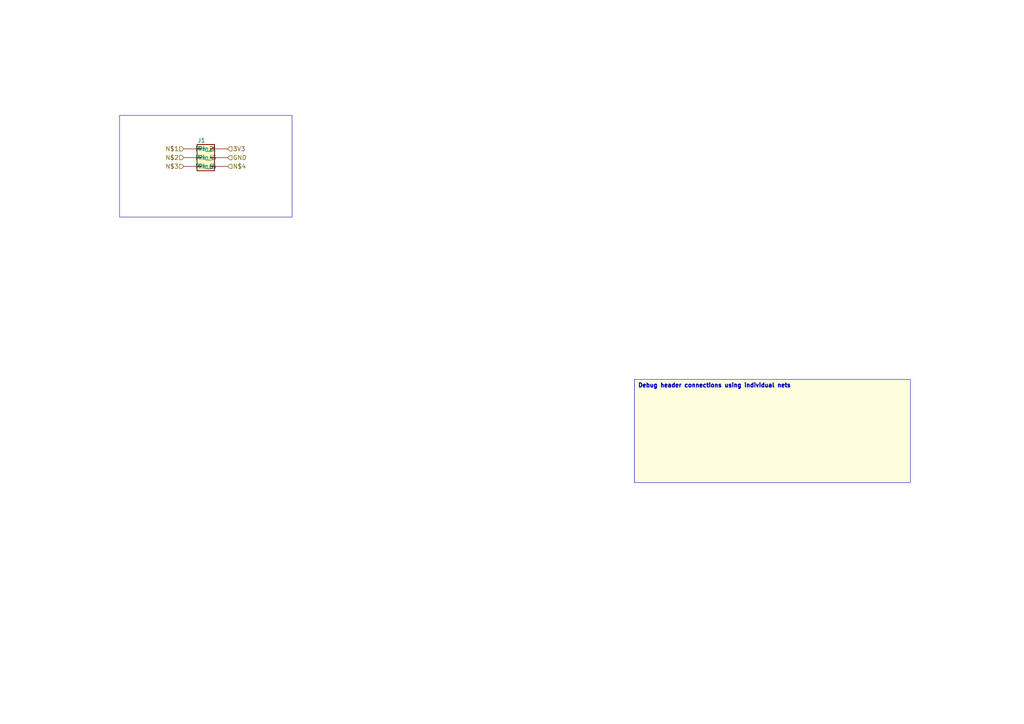
<source format=kicad_sch>
(kicad_sch (version 20250114) (generator "kicad_api") (generator_version 9.0)
  (paper A4)
  (paper A4)
  (lib_symbols
    (symbol "Connector_Generic:Conn_02x03_Odd_Even" (pin_numbers hide) (pin_names (offset 0.254))
      (property "Reference" "J" (at 0.0 0.0 0))
      (property "Value" "Conn_02x03_Odd_Even" (at 0.0 0.0 0))
      (symbol "Conn_02x03_Odd_Even_0_1"
        (rectangle (start -1.27 3.81) (end 3.81 -3.81) (stroke (width 0.254)) (fill (type background)))
        (rectangle (start -1.27 2.667) (end 0.0 2.413) (stroke (width 0.1524)))
        (rectangle (start -1.27 0.127) (end 0.0 -0.127) (stroke (width 0.1524)))
        (rectangle (start -1.27 -2.413) (end 0.0 -2.667) (stroke (width 0.1524)))
        (rectangle (start 3.81 2.667) (end 2.54 2.413) (stroke (width 0.1524)))
        (rectangle (start 3.81 0.127) (end 2.54 -0.127) (stroke (width 0.1524)))
        (rectangle (start 3.81 -2.413) (end 2.54 -2.667) (stroke (width 0.1524)))
      )
      (symbol "Conn_02x03_Odd_Even_1_1"
        (pin passive line (at -5.08 2.54 0) (length 3.81) (name Pin_1) (number "1"))
        (pin passive line (at -5.08 0.0 0) (length 3.81) (name Pin_3) (number "3"))
        (pin passive line (at -5.08 -2.54 0) (length 3.81) (name Pin_5) (number "5"))
        (pin passive line (at 7.62 2.54 180) (length 3.81) (name Pin_2) (number "2"))
        (pin passive line (at 7.62 0.0 180) (length 3.81) (name Pin_4) (number "4"))
        (pin passive line (at 7.62 -2.54 180) (length 3.81) (name Pin_6) (number "6"))
      )
    )
  )
  (title_block (title Debug_Header) (date 2025-07-29) (company Circuit-Synth))
  (symbol (lib_id Connector_Generic:Conn_02x03_Odd_Even) (at 58.42 45.72 0)
    (property "Reference" "J1" (at 58.42 40.72 0))
    (property "Footprint" "Connector_IDC:IDC-Header_2x03_P2.54mm_Vertical" (effects (hide yes)))
    (instances (project "circuit" (path "" (reference J1) (unit 1))) (project "example_kicad_project" (path "" (reference J1) (unit 1))))
  )
  (hierarchical_label N$1 (shape input) (at 53.34 43.18 180))
  (hierarchical_label N$2 (shape input) (at 53.34 45.72 180))
  (hierarchical_label N$3 (shape input) (at 53.34 48.26 180))
  (hierarchical_label 3V3 (shape input) (at 66.04 43.18 0))
  (hierarchical_label GND (shape input) (at 66.04 45.72 0))
  (hierarchical_label N$4 (shape input) (at 66.04 48.26 0))
  (rectangle (start 34.671 33.480999999999995) (end 84.709 62.958999999999996) (stroke (width 0.127)))
  (text_box "Debug header connections using individual nets" (exclude_from_sim yes) (at 184.0 110.0 0) (size 80.0 30.0) (margins 1.0 1.0 1.0 1.0) (stroke (width 0.1)) (fill (type color) (color 255 255 224 1)) (effects (font (size 1.2 1.2) (thickness 0.254)) (justify left top)))
  (text_box "Debug header connections using individual nets" (exclude_from_sim yes) (at 184.0 110.0 0) (size 80.0 30.0) (margins 1.0 1.0 1.0 1.0) (stroke (width 0.1)) (fill (type color) (color 255 255 224 1)) (effects (font (size 1.2 1.2) (thickness 0.254)) (justify left top)))
)
</source>
